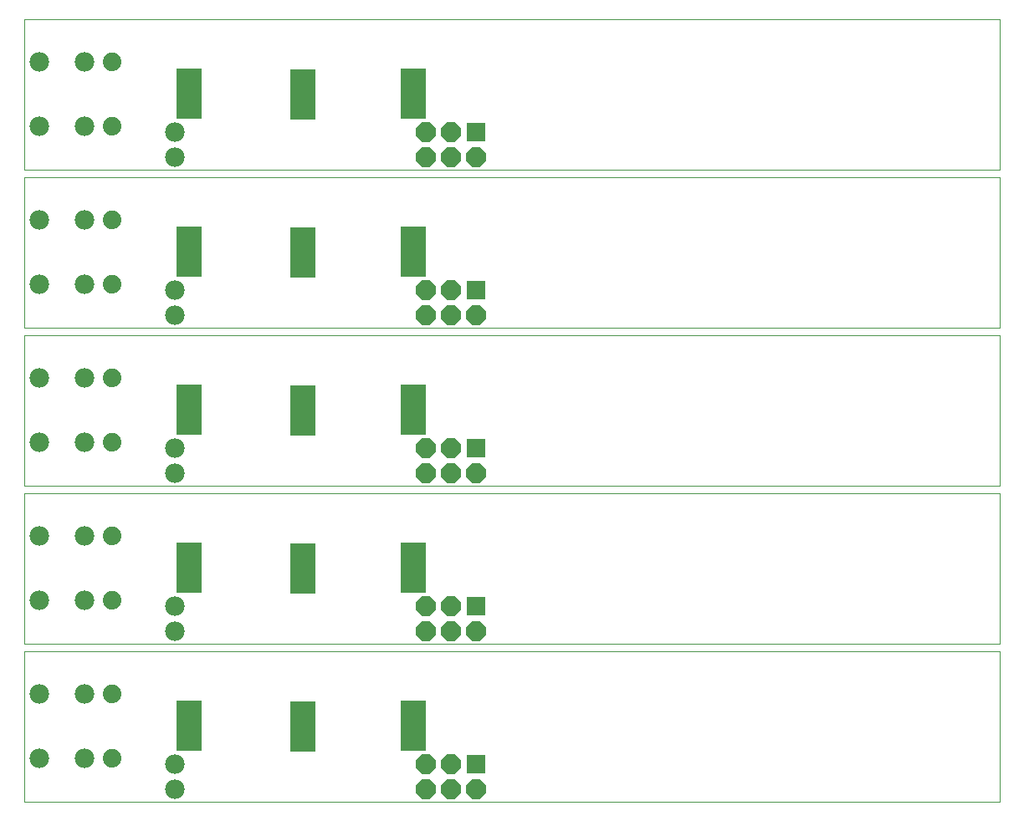
<source format=gbs>
G75*
G70*
%OFA0B0*%
%FSLAX24Y24*%
%IPPOS*%
%LPD*%
%AMOC8*
5,1,8,0,0,1.08239X$1,22.5*
%
%ADD10C,0.0000*%
%ADD11R,0.0780X0.0780*%
%ADD12OC8,0.0780*%
%ADD13C,0.0740*%
%ADD14C,0.0780*%
%ADD15R,0.1040X0.2040*%
D10*
X000151Y000302D02*
X000151Y006298D01*
X039021Y006298D01*
X039021Y000302D01*
X000151Y000302D01*
X000151Y006602D02*
X000151Y012598D01*
X039021Y012598D01*
X039021Y006602D01*
X000151Y006602D01*
X000151Y012901D02*
X000151Y018897D01*
X039021Y018897D01*
X039021Y012901D01*
X000151Y012901D01*
X000151Y019200D02*
X000151Y025196D01*
X039021Y025196D01*
X039021Y019200D01*
X000151Y019200D01*
X000151Y025499D02*
X000151Y031495D01*
X039021Y031495D01*
X039021Y025499D01*
X000151Y025499D01*
D11*
X018151Y026999D03*
X018151Y020700D03*
X018151Y014401D03*
X018151Y008102D03*
X018151Y001802D03*
D12*
X018151Y000802D03*
X017151Y000802D03*
X016151Y000802D03*
X016151Y001802D03*
X017151Y001802D03*
X017151Y007102D03*
X016151Y007102D03*
X016151Y008102D03*
X017151Y008102D03*
X018151Y007102D03*
X018151Y013401D03*
X017151Y013401D03*
X016151Y013401D03*
X016151Y014401D03*
X017151Y014401D03*
X017151Y019700D03*
X016151Y019700D03*
X016151Y020700D03*
X017151Y020700D03*
X018151Y019700D03*
X018151Y025999D03*
X017151Y025999D03*
X016151Y025999D03*
X016151Y026999D03*
X017151Y026999D03*
D13*
X003651Y027220D03*
X003651Y029779D03*
X003651Y023480D03*
X003651Y020920D03*
X003651Y017180D03*
X003651Y014621D03*
X003651Y010881D03*
X003651Y008322D03*
X003651Y004582D03*
X003651Y002023D03*
D14*
X002541Y002022D03*
X000761Y002022D03*
X000761Y004582D03*
X002541Y004582D03*
X006151Y007102D03*
X006151Y008102D03*
X002541Y008322D03*
X000761Y008322D03*
X000761Y010882D03*
X002541Y010882D03*
X006151Y013401D03*
X006151Y014401D03*
X002541Y014621D03*
X000761Y014621D03*
X000761Y017181D03*
X002541Y017181D03*
X006151Y019700D03*
X006151Y020700D03*
X002541Y020920D03*
X000761Y020920D03*
X000761Y023480D03*
X002541Y023480D03*
X006151Y025999D03*
X006151Y026999D03*
X002541Y027219D03*
X000761Y027219D03*
X000761Y029779D03*
X002541Y029779D03*
X006151Y001802D03*
X006151Y000802D03*
D15*
X006698Y003310D03*
X011230Y003302D03*
X015659Y003330D03*
X011230Y009602D03*
X015659Y009629D03*
X015659Y015928D03*
X011230Y015901D03*
X006698Y015909D03*
X006698Y009609D03*
X006698Y022208D03*
X011230Y022200D03*
X015659Y022228D03*
X015659Y028527D03*
X011230Y028499D03*
X006698Y028507D03*
M02*

</source>
